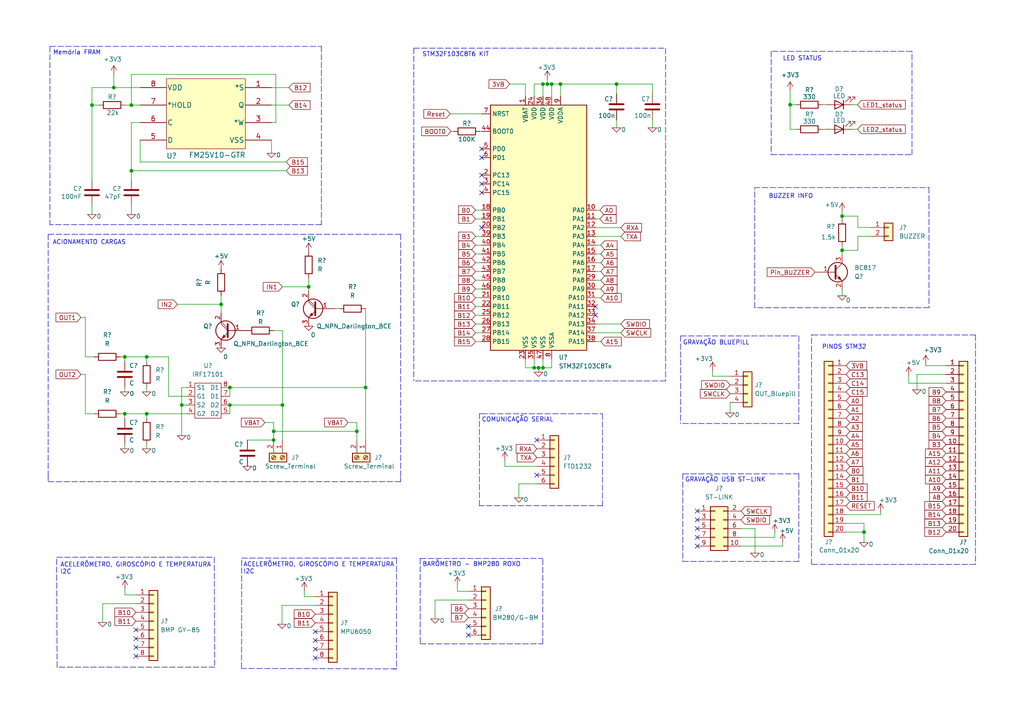
<source format=kicad_sch>
(kicad_sch (version 20211123) (generator eeschema)
  (paper "A4")
  (junction (at 157.48 24.384))
  (junction (at 178.816 24.384))
  (junction (at 157.48 106.68))
  (junction (at 79.375 127.635))
  (junction (at 36.195 120.015))
  (junction (at 66.675 117.475))
  (junction (at 160.02 24.384))
  (junction (at 38.1 49.53))
  (junction (at 33.02 25.4))
  (junction (at 66.675 112.395))
  (junction (at 162.56 24.384))
  (junction (at 42.545 103.505))
  (junction (at 103.505 125.095))
  (junction (at 81.915 117.475))
  (junction (at 154.94 106.68))
  (junction (at 52.705 117.475))
  (junction (at 79.375 125.095))
  (junction (at 26.67 30.48))
  (junction (at 36.195 103.505))
  (junction (at 106.045 112.395))
  (junction (at 38.1 30.48))
  (junction (at 42.545 120.015))
  (junction (at 229.1588 30.3784))
  (junction (at 244.2464 62.6872))
  (junction (at 156.21 106.68))
  (junction (at 64.135 88.265))
  (junction (at 250.5964 154.3304))
  (junction (at 158.75 24.384))
  (junction (at 244.2464 72.5932))
  (junction (at 89.535 83.185))
  (no_connect (at 139.7 43.18))
  (no_connect (at 139.7 45.72))
  (no_connect (at 139.7 50.8))
  (no_connect (at 139.7 53.34))
  (no_connect (at 139.7 55.88))
  (no_connect (at 155.702 137.795))
  (no_connect (at 39.4208 190.3222))
  (no_connect (at 39.4208 185.2422))
  (no_connect (at -37.1856 39.37))
  (no_connect (at 202.2348 150.7744))
  (no_connect (at 39.4208 182.7022))
  (no_connect (at 202.2348 155.8544))
  (no_connect (at 139.7 66.04))
  (no_connect (at 172.72 88.9))
  (no_connect (at 172.72 91.44))
  (no_connect (at 202.2348 158.3944))
  (no_connect (at 155.702 127.635))
  (no_connect (at 39.4208 187.7822))
  (no_connect (at 202.2348 153.3144))
  (no_connect (at 202.2348 148.2344))
  (no_connect (at 135.8392 181.6608))
  (no_connect (at 135.8392 184.2008))
  (no_connect (at 91.44 183.2102))
  (no_connect (at 91.44 190.8302))
  (no_connect (at 91.44 188.2902))
  (no_connect (at 91.44 185.7502))
  (wire (pts (xy 173.99 63.5) (xy 172.72 63.5)))
  (wire (pts (xy 250.5964 154.3304) (xy 250.5964 157.3784)))
  (wire (pts (xy 78.74 35.56) (xy 80.01 35.56)))
  (wire (pts (xy 39.4208 172.5422) (xy 36.2458 172.5422)))
  (polyline (pts (xy 231.6988 137.4394) (xy 231.6988 162.8394)))
  (wire (pts (xy 48.895 103.505) (xy 48.895 114.935)))
  (wire (pts (xy 160.02 24.384) (xy 162.56 24.384)))
  (wire (pts (xy 83.82 25.4) (xy 78.74 25.4)))
  (polyline (pts (xy 13.97 67.945) (xy 116.205 67.945)))
  (wire (pts (xy 132.6642 171.5008) (xy 132.6642 169.8498)))
  (wire (pts (xy 265.9634 108.6104) (xy 274.3454 108.6104)))
  (polyline (pts (xy 231.6988 162.8394) (xy 198.0438 162.8394)))
  (wire (pts (xy 24.765 120.015) (xy 24.765 108.585)))
  (wire (pts (xy 214.9348 155.8544) (xy 224.7138 155.8544)))
  (wire (pts (xy 137.922 99.06) (xy 139.7 99.06)))
  (wire (pts (xy 64.135 88.265) (xy 64.135 90.805)))
  (wire (pts (xy 244.2464 61.4172) (xy 244.2464 62.6872)))
  (wire (pts (xy 52.705 112.395) (xy 53.975 112.395)))
  (wire (pts (xy 236.3724 78.9432) (xy 236.6264 78.9432)))
  (wire (pts (xy 36.195 120.015) (xy 36.195 121.285)))
  (wire (pts (xy 80.01 35.56) (xy 80.01 21.59)))
  (wire (pts (xy 268.5034 105.5624) (xy 268.5034 106.0704)))
  (wire (pts (xy 146.431 135.255) (xy 146.431 133.604)))
  (wire (pts (xy 28.702 30.48) (xy 26.67 30.48)))
  (wire (pts (xy 34.925 103.505) (xy 36.195 103.505)))
  (wire (pts (xy 103.505 122.555) (xy 100.965 122.555)))
  (wire (pts (xy 40.64 46.99) (xy 40.64 40.64)))
  (wire (pts (xy 81.915 95.885) (xy 81.915 117.475)))
  (wire (pts (xy 42.545 128.905) (xy 42.545 130.175)))
  (wire (pts (xy 137.922 81.28) (xy 139.7 81.28)))
  (wire (pts (xy 248.8184 72.5932) (xy 244.2464 72.5932)))
  (polyline (pts (xy 62.2808 193.4972) (xy 16.5608 193.4972)))
  (wire (pts (xy 268.5034 106.0704) (xy 274.3454 106.0704)))
  (wire (pts (xy 38.1 62.23) (xy 38.1 59.69)))
  (wire (pts (xy 244.2464 85.8012) (xy 244.2464 84.0232)))
  (polyline (pts (xy 120.015 13.97) (xy 120.015 110.49)))
  (polyline (pts (xy 157.4292 186.7408) (xy 157.4292 161.9758)))
  (wire (pts (xy 146.431 135.255) (xy 155.702 135.255)))
  (polyline (pts (xy 235.3818 97.155) (xy 235.5342 97.155)))
  (wire (pts (xy 36.195 128.905) (xy 36.195 130.175)))
  (wire (pts (xy 247.1928 37.4904) (xy 248.7168 37.4904)))
  (polyline (pts (xy 139.065 146.685) (xy 139.065 120.015)))
  (polyline (pts (xy 193.04 13.97) (xy 193.04 110.49)))
  (wire (pts (xy 79.375 125.095) (xy 103.505 125.095)))
  (wire (pts (xy 160.02 106.68) (xy 160.02 104.14)))
  (wire (pts (xy 81.915 83.185) (xy 89.535 83.185)))
  (wire (pts (xy 66.675 117.475) (xy 66.675 120.015)))
  (wire (pts (xy 33.02 25.4) (xy 33.02 21.59)))
  (wire (pts (xy 64.135 85.725) (xy 64.135 88.265)))
  (wire (pts (xy 52.705 112.395) (xy 52.705 117.475)))
  (polyline (pts (xy 121.8692 186.7408) (xy 157.4292 186.7408)))
  (wire (pts (xy 178.816 24.384) (xy 178.816 27.178)))
  (wire (pts (xy 248.8184 68.5292) (xy 252.6284 68.5292)))
  (wire (pts (xy 245.3894 151.7904) (xy 250.5964 151.7904)))
  (wire (pts (xy 103.505 127.635) (xy 103.505 125.095)))
  (polyline (pts (xy 14.478 13.462) (xy 14.478 65.151)))
  (wire (pts (xy 137.922 93.98) (xy 139.7 93.98)))
  (polyline (pts (xy 116.205 67.945) (xy 116.205 138.43)))
  (wire (pts (xy 150.495 140.335) (xy 150.495 144.399)))
  (wire (pts (xy 206.6798 109.1184) (xy 211.7598 109.1184)))
  (wire (pts (xy 135.8392 174.0408) (xy 126.1872 174.0408)))
  (wire (pts (xy 248.8184 68.5292) (xy 248.8184 72.5932)))
  (polyline (pts (xy 114.9604 194.0052) (xy 70.0532 193.8782)))
  (wire (pts (xy 137.922 76.2) (xy 139.7 76.2)))
  (wire (pts (xy 214.9348 158.3944) (xy 226.9998 158.3944)))
  (wire (pts (xy 173.99 60.96) (xy 172.72 60.96)))
  (wire (pts (xy 23.495 92.075) (xy 24.765 92.075)))
  (wire (pts (xy 79.375 95.885) (xy 81.915 95.885)))
  (polyline (pts (xy 62.1538 161.6202) (xy 62.2808 193.4972)))
  (wire (pts (xy 83.82 30.48) (xy 78.74 30.48)))
  (wire (pts (xy 154.94 27.94) (xy 154.94 24.384)))
  (wire (pts (xy 38.1 21.59) (xy 38.1 30.48)))
  (wire (pts (xy 137.922 60.96) (xy 139.7 60.96)))
  (wire (pts (xy 36.195 103.505) (xy 36.195 104.775)))
  (wire (pts (xy 174.244 73.66) (xy 172.72 73.66)))
  (wire (pts (xy 214.9348 153.3144) (xy 218.9988 153.3144)))
  (wire (pts (xy 250.5964 154.3304) (xy 245.3894 154.3304)))
  (wire (pts (xy 147.828 24.384) (xy 152.4 24.384)))
  (wire (pts (xy 160.02 27.94) (xy 160.02 24.384)))
  (wire (pts (xy 91.44 175.5902) (xy 81.788 175.5902)))
  (polyline (pts (xy 231.6988 122.8344) (xy 197.4088 122.8344)))
  (polyline (pts (xy 139.7 120.015) (xy 174.752 120.015)))
  (wire (pts (xy 263.5504 111.1504) (xy 263.5504 108.9914)))
  (wire (pts (xy 137.922 96.52) (xy 139.7 96.52)))
  (wire (pts (xy -37.1856 31.75) (xy -46.8376 31.75)))
  (wire (pts (xy 174.244 83.82) (xy 172.72 83.82)))
  (wire (pts (xy 33.02 25.4) (xy 40.64 25.4)))
  (wire (pts (xy 137.922 71.12) (xy 139.7 71.12)))
  (wire (pts (xy 174.244 86.36) (xy 172.72 86.36)))
  (wire (pts (xy 137.922 78.74) (xy 139.7 78.74)))
  (wire (pts (xy 53.975 114.935) (xy 48.895 114.935)))
  (wire (pts (xy 172.72 68.58) (xy 180.086 68.58)))
  (wire (pts (xy 26.67 62.23) (xy 26.67 59.69)))
  (wire (pts (xy 23.495 108.585) (xy 24.765 108.585)))
  (polyline (pts (xy 197.4088 97.4344) (xy 231.6988 97.4344)))
  (wire (pts (xy 174.244 78.74) (xy 172.72 78.74)))
  (polyline (pts (xy 193.04 110.49) (xy 120.015 110.49)))
  (wire (pts (xy 174.244 81.28) (xy 172.72 81.28)))
  (polyline (pts (xy -54.2036 13.462) (xy -54.2036 46.482)))
  (wire (pts (xy 126.1872 174.0408) (xy 126.1872 179.5018)))
  (polyline (pts (xy 197.4088 97.4344) (xy 197.4088 122.8344)))
  (polyline (pts (xy 218.7448 54.4068) (xy 269.4432 54.4068)))
  (wire (pts (xy 33.02 25.4) (xy 26.67 25.4)))
  (wire (pts (xy 250.5964 151.7904) (xy 250.5964 154.3304)))
  (polyline (pts (xy 235.585 97.155) (xy 282.9306 97.155)))
  (wire (pts (xy 78.74 44.45) (xy 78.74 40.64)))
  (wire (pts (xy 79.375 127.635) (xy 71.755 127.635)))
  (wire (pts (xy 152.4 27.94) (xy 152.4 24.384)))
  (wire (pts (xy 162.56 24.384) (xy 178.816 24.384)))
  (wire (pts (xy 189.23 24.384) (xy 189.23 27.178)))
  (wire (pts (xy 52.705 117.475) (xy 53.975 117.475)))
  (wire (pts (xy 83.058 46.99) (xy 40.64 46.99)))
  (wire (pts (xy 52.705 117.475) (xy 52.705 126.365)))
  (wire (pts (xy 211.7598 116.7384) (xy 211.7598 119.7864)))
  (wire (pts (xy 238.5568 30.3784) (xy 239.5728 30.3784)))
  (wire (pts (xy 103.505 125.095) (xy 103.505 122.555)))
  (wire (pts (xy 38.1 52.07) (xy 38.1 49.53)))
  (wire (pts (xy 42.545 120.015) (xy 36.195 120.015)))
  (polyline (pts (xy 115.0112 194.0052) (xy 113.9444 194.0052)))
  (wire (pts (xy 174.244 71.12) (xy 172.72 71.12)))
  (wire (pts (xy 189.23 34.798) (xy 189.23 37.084)))
  (polyline (pts (xy 174.752 146.685) (xy 173.482 146.685)))
  (wire (pts (xy 157.48 24.384) (xy 158.75 24.384)))
  (polyline (pts (xy 70.104 162.3822) (xy 70.0532 193.8782)))
  (polyline (pts (xy 235.3818 163.703) (xy 235.3818 97.155)))
  (wire (pts (xy 263.5504 111.1504) (xy 274.3454 111.1504)))
  (polyline (pts (xy 282.9306 163.703) (xy 235.3818 163.703)))
  (wire (pts (xy 230.9368 30.3784) (xy 229.1588 30.3784)))
  (polyline (pts (xy 174.752 120.015) (xy 174.752 146.685)))
  (polyline (pts (xy 223.6724 44.8564) (xy 264.5156 44.8564)))
  (wire (pts (xy 83.058 49.53) (xy 38.1 49.53)))
  (wire (pts (xy 26.67 30.48) (xy 26.67 52.07)))
  (wire (pts (xy 88.265 173.0502) (xy 88.265 171.3992)))
  (wire (pts (xy 24.765 103.505) (xy 24.765 92.075)))
  (wire (pts (xy 137.922 83.82) (xy 139.7 83.82)))
  (wire (pts (xy 36.195 112.395) (xy 36.195 113.665)))
  (polyline (pts (xy 121.8692 161.9758) (xy 121.8692 186.7408)))
  (wire (pts (xy 178.816 24.384) (xy 189.23 24.384)))
  (wire (pts (xy 130.556 33.02) (xy 139.7 33.02)))
  (wire (pts (xy 174.244 76.2) (xy 172.72 76.2)))
  (wire (pts (xy 172.72 96.52) (xy 180.086 96.52)))
  (wire (pts (xy 38.1 35.56) (xy 40.64 35.56)))
  (wire (pts (xy 137.922 63.5) (xy 139.7 63.5)))
  (wire (pts (xy 157.48 104.14) (xy 157.48 106.68)))
  (wire (pts (xy 66.675 112.395) (xy 106.045 112.395)))
  (polyline (pts (xy -16.8656 13.462) (xy -16.8656 46.482)))
  (wire (pts (xy 229.1588 30.3784) (xy 229.1588 37.4904)))
  (wire (pts (xy 42.545 103.505) (xy 42.545 104.775)))
  (wire (pts (xy 89.535 83.185) (xy 89.535 84.455)))
  (wire (pts (xy 81.915 117.475) (xy 81.915 127.635)))
  (wire (pts (xy 156.21 106.68) (xy 156.21 107.95)))
  (polyline (pts (xy 223.6724 14.8844) (xy 223.6724 44.8564)))
  (polyline (pts (xy 115.0112 161.8488) (xy 115.0112 194.0052)))
  (wire (pts (xy 158.75 23.114) (xy 158.75 24.384)))
  (wire (pts (xy 248.8184 65.9892) (xy 248.8184 62.6872)))
  (wire (pts (xy -37.1856 29.21) (xy -40.3606 29.21)))
  (wire (pts (xy 137.922 73.66) (xy 139.7 73.66)))
  (wire (pts (xy 218.9988 153.3144) (xy 218.9988 160.4264)))
  (polyline (pts (xy 70.104 161.8742) (xy 115.062 161.8742)))
  (wire (pts (xy 39.4208 175.0822) (xy 29.7688 175.0822)))
  (polyline (pts (xy 116.205 139.7) (xy 116.205 138.43)))
  (wire (pts (xy 42.545 103.505) (xy 36.195 103.505)))
  (wire (pts (xy 244.2464 62.6872) (xy 244.2464 63.7032)))
  (polyline (pts (xy 264.5156 14.8844) (xy 223.6724 14.8844)))
  (wire (pts (xy 206.6798 107.5944) (xy 206.6798 109.1184)))
  (wire (pts (xy 26.67 25.4) (xy 26.67 30.48)))
  (polyline (pts (xy 14.478 13.462) (xy 93.218 13.462)))
  (wire (pts (xy 29.7688 175.0822) (xy 29.7688 180.5432)))
  (polyline (pts (xy 16.4338 162.1282) (xy 16.5608 193.4972)))
  (wire (pts (xy 42.545 103.505) (xy 48.895 103.505)))
  (polyline (pts (xy 120.015 13.97) (xy 193.04 13.97)))
  (wire (pts (xy 252.6284 65.9892) (xy 248.8184 65.9892)))
  (polyline (pts (xy 282.9306 97.155) (xy 282.9306 163.703)))
  (wire (pts (xy 155.702 140.335) (xy 150.495 140.335)))
  (polyline (pts (xy 174.752 146.685) (xy 138.938 146.685)))
  (wire (pts (xy 80.01 21.59) (xy 38.1 21.59)))
  (wire (pts (xy 42.545 120.015) (xy 42.545 121.285)))
  (wire (pts (xy -46.8376 31.75) (xy -46.8376 37.211)))
  (polyline (pts (xy 13.97 139.7) (xy 116.205 139.7)))
  (wire (pts (xy 154.94 24.384) (xy 157.48 24.384)))
  (wire (pts (xy 244.2464 72.5932) (xy 244.2464 73.8632)))
  (polyline (pts (xy 139.065 120.015) (xy 139.7 120.015)))
  (polyline (pts (xy 231.6988 97.4344) (xy 231.6988 122.8344)))
  (wire (pts (xy 230.9368 37.4904) (xy 229.1588 37.4904)))
  (wire (pts (xy 40.64 30.48) (xy 38.1 30.48)))
  (polyline (pts (xy 16.4338 161.6202) (xy 62.1538 161.6202)))
  (wire (pts (xy 81.788 175.5902) (xy 81.788 181.0512)))
  (polyline (pts (xy 13.97 67.945) (xy 13.97 138.176)))
  (wire (pts (xy 157.48 27.94) (xy 157.48 24.384)))
  (wire (pts (xy -40.3606 29.21) (xy -40.3606 27.559)))
  (wire (pts (xy 224.7138 155.8544) (xy 224.7138 154.5844)))
  (wire (pts (xy 27.305 120.015) (xy 24.765 120.015)))
  (wire (pts (xy 51.435 88.265) (xy 64.135 88.265)))
  (wire (pts (xy 238.5568 37.4904) (xy 239.5728 37.4904)))
  (wire (pts (xy 174.244 99.06) (xy 172.72 99.06)))
  (wire (pts (xy 178.816 34.798) (xy 178.816 37.084)))
  (wire (pts (xy 106.045 112.395) (xy 106.045 127.635)))
  (wire (pts (xy 137.922 88.9) (xy 139.7 88.9)))
  (wire (pts (xy 79.375 125.095) (xy 79.375 122.555)))
  (wire (pts (xy 157.48 106.68) (xy 160.02 106.68)))
  (wire (pts (xy 27.305 103.505) (xy 24.765 103.505)))
  (polyline (pts (xy 198.0438 137.4394) (xy 198.0438 162.8394)))
  (wire (pts (xy 53.975 120.015) (xy 42.545 120.015)))
  (wire (pts (xy 130.81 38.1) (xy 131.572 38.1)))
  (wire (pts (xy 38.1 49.53) (xy 38.1 35.56)))
  (wire (pts (xy 156.21 106.68) (xy 157.48 106.68)))
  (polyline (pts (xy 269.4432 89.2556) (xy 218.8972 89.2556)))
  (wire (pts (xy 137.922 91.44) (xy 139.7 91.44)))
  (wire (pts (xy 42.545 112.395) (xy 42.545 113.665)))
  (wire (pts (xy 91.44 173.0502) (xy 88.265 173.0502)))
  (polyline (pts (xy 121.8692 161.9758) (xy 157.4292 161.9758)))
  (wire (pts (xy 106.045 89.535) (xy 106.045 112.395)))
  (polyline (pts (xy 93.218 65.151) (xy 14.478 65.151)))
  (wire (pts (xy 89.535 80.645) (xy 89.535 83.185)))
  (wire (pts (xy 152.4 106.68) (xy 154.94 106.68)))
  (wire (pts (xy 137.922 68.58) (xy 139.7 68.58)))
  (wire (pts (xy 247.1928 30.3784) (xy 248.7168 30.3784)))
  (wire (pts (xy 34.925 120.015) (xy 36.195 120.015)))
  (wire (pts (xy 66.675 112.395) (xy 66.675 114.935)))
  (polyline (pts (xy 93.218 13.462) (xy 93.218 65.151)))
  (wire (pts (xy 66.675 117.475) (xy 81.915 117.475)))
  (wire (pts (xy 255.4224 148.6154) (xy 255.4224 149.2504)))
  (wire (pts (xy 226.9998 157.3784) (xy 226.9998 158.3944)))
  (wire (pts (xy 158.75 24.384) (xy 160.02 24.384)))
  (polyline (pts (xy 218.8972 89.2556) (xy 218.8972 54.6608)))
  (wire (pts (xy 248.8184 62.6872) (xy 244.2464 62.6872)))
  (wire (pts (xy 255.4224 149.2504) (xy 245.3894 149.2504)))
  (wire (pts (xy 172.72 93.98) (xy 180.086 93.98)))
  (polyline (pts (xy 198.0438 137.4394) (xy 231.6988 137.4394)))
  (polyline (pts (xy 264.5156 44.8564) (xy 264.5156 14.8844)))
  (polyline (pts (xy -16.8656 46.482) (xy -54.2036 46.482)))
  (wire (pts (xy 162.56 24.384) (xy 162.56 27.94)))
  (wire (pts (xy 137.922 86.36) (xy 139.7 86.36)))
  (wire (pts (xy 36.322 30.48) (xy 38.1 30.48)))
  (polyline (pts (xy 269.4432 54.4068) (xy 269.4432 89.2556)))
  (wire (pts (xy 154.94 104.14) (xy 154.94 106.68)))
  (polyline (pts (xy -54.4576 13.462) (xy -16.8656 13.462)))
  (wire (pts (xy 79.375 122.555) (xy 76.835 122.555)))
  (wire (pts (xy 97.155 89.535) (xy 98.425 89.535)))
  (wire (pts (xy 265.9634 108.6104) (xy 265.9634 113.0554)))
  (wire (pts (xy 152.4 104.14) (xy 152.4 106.68)))
  (wire (pts (xy 139.192 38.1) (xy 139.7 38.1)))
  (wire (pts (xy 244.2464 72.5932) (xy 244.2464 71.3232)))
  (wire (pts (xy 172.72 66.04) (xy 180.086 66.04)))
  (wire (pts (xy 135.8392 171.5008) (xy 132.6642 171.5008)))
  (wire (pts (xy 36.2458 172.5422) (xy 36.2458 170.8912)))
  (wire (pts (xy 229.1588 30.3784) (xy 229.1588 26.3144)))
  (wire (pts (xy 154.94 106.68) (xy 156.21 106.68)))
  (polyline (pts (xy 13.97 137.795) (xy 13.97 139.7)))
  (wire (pts (xy 79.375 127.635) (xy 79.375 125.095)))
  (text "GRAVAÇÃO BLUEPILL" (at 198.0438 100.2284 0) (effects (font (size 1.27 1.27)) (justify left bottom)))
  (text "GRAVAÇÃO USB ST-LINK" (at 198.6788 139.9794 0) (effects (font (size 1.27 1.27)) (justify left bottom)))
  (text "Memória FRAM" (at 15.3416 16.1036 0) (effects (font (size 1.27 1.27)) (justify left bottom)))
  (text "BARÔMETRO - BMP280 ROXO\n" (at 122.5042 164.5158 0) (effects (font (size 1.27 1.27)) (justify left bottom)))
  (text "MAGNETÔMETRO\nI2C\n" (at -53.1876 18.796 0) (effects (font (size 1.27 1.27)) (justify left bottom)))
  (text "ACELERÔMETRO, GIROSCÓPIO E TEMPERATURA\nI2C\n" (at 70.5612 166.624 0) (effects (font (size 1.27 1.27)) (justify left bottom)))
  (text "BUZZER INFO\n" (at 222.9104 57.7342 0) (effects (font (size 1.27 1.27)) (justify left bottom)))
  (text "COMUNICAÇÃO SERIAL\n" (at 139.7 122.555 0) (effects (font (size 1.27 1.27)) (justify left bottom)))
  (text "PINOS STM32" (at 238.379 101.473 0) (effects (font (size 1.27 1.27)) (justify left bottom)))
  (text "STM32F103C8T6 KIT\n" (at 122.4534 16.6116 0) (effects (font (size 1.27 1.27)) (justify left bottom)))
  (text "ACIONAMENTO CARGAS\n" (at 15.24 71.12 0) (effects (font (size 1.27 1.27)) (justify left bottom)))
  (text "LED STATUS" (at 226.9998 17.8054 0) (effects (font (size 1.27 1.27)) (justify left bottom)))
  (text "ACELERÔMETRO, GIROSCÓPIO E TEMPERATURA\nI2C\n" (at 17.4498 166.7002 0) (effects (font (size 1.27 1.27)) (justify left bottom)))
  (global_label "A5" (shape input) (at 245.3894 128.9304 0) (property "Intersheet References" "${INTERSHEET_REFS}" (effects hide)))
  (global_label "VBAT" (shape input) (at 100.965 122.555 180) (property "Intersheet References" "${INTERSHEET_REFS}" (effects hide)))
  (global_label "B13" (shape input) (at 137.922 93.98 180) (property "Intersheet References" "${INTERSHEET_REFS}" (effects hide)))
  (global_label "B4" (shape input) (at 137.922 71.12 180) (property "Intersheet References" "${INTERSHEET_REFS}" (effects hide)))
  (global_label "B9" (shape input) (at 274.3454 113.6904 180) (property "Intersheet References" "${INTERSHEET_REFS}" (effects hide)))
  (global_label "A6" (shape input) (at 174.244 76.2 0) (property "Intersheet References" "${INTERSHEET_REFS}" (effects hide)))
  (global_label "VBAT" (shape input) (at 76.835 122.555 180) (property "Intersheet References" "${INTERSHEET_REFS}" (effects hide)))
  (global_label "A9" (shape input) (at 274.3454 141.6304 180) (property "Intersheet References" "${INTERSHEET_REFS}" (effects hide)))
  (global_label "SWCLK" (shape input) (at 211.7598 114.1984 180) (property "Intersheet References" "${INTERSHEET_REFS}" (effects hide)))
  (global_label "Reset" (shape input) (at 130.556 33.02 180) (property "Intersheet References" "${INTERSHEET_REFS}" (effects hide)))
  (global_label "B15" (shape input) (at 137.922 99.06 180) (property "Intersheet References" "${INTERSHEET_REFS}" (effects hide)))
  (global_label "RESET" (shape input) (at 245.3894 146.7104 0) (property "Intersheet References" "${INTERSHEET_REFS}" (effects hide)))
  (global_label "A11" (shape input) (at 274.3454 136.5504 180) (property "Intersheet References" "${INTERSHEET_REFS}" (effects hide)))
  (global_label "B1" (shape input) (at 245.3894 139.0904 0) (property "Intersheet References" "${INTERSHEET_REFS}" (effects hide)))
  (global_label "A2" (shape input) (at 245.3894 121.3104 0) (property "Intersheet References" "${INTERSHEET_REFS}" (effects hide)))
  (global_label "TXA" (shape input) (at 180.086 68.58 0) (property "Intersheet References" "${INTERSHEET_REFS}" (effects hide)))
  (global_label "A6" (shape input) (at 245.3894 131.4704 0) (property "Intersheet References" "${INTERSHEET_REFS}" (effects hide)))
  (global_label "A12" (shape input) (at 274.3454 134.0104 180) (property "Intersheet References" "${INTERSHEET_REFS}" (effects hide)))
  (global_label "B10" (shape input) (at 137.922 86.36 180) (property "Intersheet References" "${INTERSHEET_REFS}" (effects hide)))
  (global_label "A1" (shape input) (at 173.99 63.5 0) (property "Intersheet References" "${INTERSHEET_REFS}" (effects hide)))
  (global_label "B3" (shape input) (at 274.3454 128.9304 180) (property "Intersheet References" "${INTERSHEET_REFS}" (effects hide)))
  (global_label "B12" (shape input) (at 274.3454 154.3304 180) (property "Intersheet References" "${INTERSHEET_REFS}" (effects hide)))
  (global_label "B13" (shape input) (at 274.3454 151.7904 180) (property "Intersheet References" "${INTERSHEET_REFS}" (effects hide)))
  (global_label "B6" (shape input) (at 137.922 76.2 180) (property "Intersheet References" "${INTERSHEET_REFS}" (effects hide)))
  (global_label "SWCLK" (shape input) (at 214.9348 148.2344 0) (property "Intersheet References" "${INTERSHEET_REFS}" (effects hide)))
  (global_label "A4" (shape input) (at 245.3894 126.3904 0) (property "Intersheet References" "${INTERSHEET_REFS}" (effects hide)))
  (global_label "A15" (shape input) (at 274.3454 131.4704 180) (property "Intersheet References" "${INTERSHEET_REFS}" (effects hide)))
  (global_label "SWDIO" (shape input) (at 180.086 93.98 0) (property "Intersheet References" "${INTERSHEET_REFS}" (effects hide)))
  (global_label "B7" (shape input) (at 135.8392 179.1208 180) (property "Intersheet References" "${INTERSHEET_REFS}" (effects hide)))
  (global_label "B4" (shape input) (at 274.3454 126.3904 180) (property "Intersheet References" "${INTERSHEET_REFS}" (effects hide)))
  (global_label "A4" (shape input) (at 174.244 71.12 0) (property "Intersheet References" "${INTERSHEET_REFS}" (effects hide)))
  (global_label "3VB" (shape input) (at 147.828 24.384 180) (property "Intersheet References" "${INTERSHEET_REFS}" (effects hide)))
  (global_label "A8" (shape input) (at 174.244 81.28 0) (property "Intersheet References" "${INTERSHEET_REFS}" (effects hide)))
  (global_label "B11" (shape input) (at 39.4208 180.1622 180) (property "Intersheet References" "${INTERSHEET_REFS}" (effects hide)))
  (global_label "RXA" (shape input) (at 155.702 130.175 180) (property "Intersheet References" "${INTERSHEET_REFS}" (effects hide)))
  (global_label "A8" (shape input) (at 274.3454 144.1704 180) (property "Intersheet References" "${INTERSHEET_REFS}" (effects hide)))
  (global_label "A10" (shape input) (at 274.3454 139.0904 180) (property "Intersheet References" "${INTERSHEET_REFS}" (effects hide)))
  (global_label "B0" (shape input) (at 245.3894 136.5504 0) (property "Intersheet References" "${INTERSHEET_REFS}" (effects hide)))
  (global_label "B6" (shape input) (at -37.1856 34.29 180) (property "Intersheet References" "${INTERSHEET_REFS}" (effects hide)))
  (global_label "B13" (shape input) (at 83.058 49.53 0) (property "Intersheet References" "${INTERSHEET_REFS}" (effects hide)))
  (global_label "BOOT0" (shape input) (at 130.81 38.1 180) (property "Intersheet References" "${INTERSHEET_REFS}" (effects hide)))
  (global_label "Pin_BUZZER" (shape input) (at 236.3724 78.9432 180) (property "Intersheet References" "${INTERSHEET_REFS}" (effects hide)))
  (global_label "B7" (shape input) (at 274.3454 118.7704 180) (property "Intersheet References" "${INTERSHEET_REFS}" (effects hide)))
  (global_label "LED2_status" (shape input) (at 248.7168 37.4904 0) (property "Intersheet References" "${INTERSHEET_REFS}" (effects hide)))
  (global_label "A0" (shape input) (at 173.99 60.96 0) (property "Intersheet References" "${INTERSHEET_REFS}" (effects hide)))
  (global_label "B8" (shape input) (at 274.3454 116.2304 180) (property "Intersheet References" "${INTERSHEET_REFS}" (effects hide)))
  (global_label "B10" (shape input) (at 245.3894 141.6304 0) (property "Intersheet References" "${INTERSHEET_REFS}" (effects hide)))
  (global_label "OUT1" (shape input) (at 23.495 92.075 180) (property "Intersheet References" "${INTERSHEET_REFS}" (effects hide)))
  (global_label "B1" (shape input) (at 137.922 63.5 180) (property "Intersheet References" "${INTERSHEET_REFS}" (effects hide)))
  (global_label "B0" (shape input) (at 137.922 60.96 180) (property "Intersheet References" "${INTERSHEET_REFS}" (effects hide)))
  (global_label "B6" (shape input) (at 274.3454 121.3104 180) (property "Intersheet References" "${INTERSHEET_REFS}" (effects hide)))
  (global_label "SWDIO" (shape input) (at 214.9348 150.7744 0) (property "Intersheet References" "${INTERSHEET_REFS}" (effects hide)))
  (global_label "B15" (shape input) (at 83.058 46.99 0) (property "Intersheet References" "${INTERSHEET_REFS}" (effects hide)))
  (global_label "3VB" (shape input) (at 245.3894 106.0704 0) (property "Intersheet References" "${INTERSHEET_REFS}" (effects hide)))
  (global_label "B10" (shape input) (at 39.4208 177.6222 180) (property "Intersheet References" "${INTERSHEET_REFS}" (effects hide)))
  (global_label "IN1" (shape input) (at 81.915 83.185 180) (property "Intersheet References" "${INTERSHEET_REFS}" (effects hide)))
  (global_label "A5" (shape input) (at 174.244 73.66 0) (property "Intersheet References" "${INTERSHEET_REFS}" (effects hide)))
  (global_label "A10" (shape input) (at 174.244 86.36 0) (property "Intersheet References" "${INTERSHEET_REFS}" (effects hide)))
  (global_label "C13" (shape input) (at 245.3894 108.6104 0) (property "Intersheet References" "${INTERSHEET_REFS}" (effects hide)))
  (global_label "OUT2" (shape input) (at 23.495 108.585 180) (property "Intersheet References" "${INTERSHEET_REFS}" (effects hide)))
  (global_label "SWDIO" (shape input) (at 211.7598 111.6584 180) (property "Intersheet References" "${INTERSHEET_REFS}" (effects hide)))
  (global_label "A0" (shape input) (at 245.3894 116.2304 0) (property "Intersheet References" "${INTERSHEET_REFS}" (effects hide)))
  (global_label "B10" (shape input) (at 91.44 178.1302 180) (property "Intersheet References" "${INTERSHEET_REFS}" (effects hide)))
  (global_label "A9" (shape input) (at 174.244 83.82 0) (property "Intersheet References" "${INTERSHEET_REFS}" (effects hide)))
  (global_label "C15" (shape input) (at 245.3894 113.6904 0) (property "Intersheet References" "${INTERSHEET_REFS}" (effects hide)))
  (global_label "A3" (shape input) (at 245.3894 123.8504 0) (property "Intersheet References" "${INTERSHEET_REFS}" (effects hide)))
  (global_label "B7" (shape input) (at 137.922 78.74 180) (property "Intersheet References" "${INTERSHEET_REFS}" (effects hide)))
  (global_label "TXA" (shape input) (at 155.702 132.715 180) (property "Intersheet References" "${INTERSHEET_REFS}" (effects hide)))
  (global_label "A7" (shape input) (at 245.3894 134.0104 0) (property "Intersheet References" "${INTERSHEET_REFS}" (effects hide)))
  (global_label "B12" (shape input) (at 83.82 25.4 0) (property "Intersheet References" "${INTERSHEET_REFS}" (effects hide)))
  (global_label "LED1_status" (shape input) (at 248.7168 30.3784 0) (property "Intersheet References" "${INTERSHEET_REFS}" (effects hide)))
  (global_label "C14" (shape input) (at 245.3894 111.1504 0) (property "Intersheet References" "${INTERSHEET_REFS}" (effects hide)))
  (global_label "RXA" (shape input) (at 180.086 66.04 0) (property "Intersheet References" "${INTERSHEET_REFS}" (effects hide)))
  (global_label "B5" (shape input) (at 137.922 73.66 180) (property "Intersheet References" "${INTERSHEET_REFS}" (effects hide)))
  (global_label "A15" (shape input) (at 174.244 99.06 0) (property "Intersheet References" "${INTERSHEET_REFS}" (effects hide)))
  (global_label "IN2" (shape input) (at 51.435 88.265 180) (property "Intersheet References" "${INTERSHEET_REFS}" (effects hide)))
  (global_label "B11" (shape input) (at 245.3894 144.1704 0) (property "Intersheet References" "${INTERSHEET_REFS}" (effects hide)))
  (global_label "B6" (shape input) (at 135.8392 176.5808 180) (property "Intersheet References" "${INTERSHEET_REFS}" (effects hide)))
  (global_label "A7" (shape input) (at 174.244 78.74 0) (property "Intersheet References" "${INTERSHEET_REFS}" (effects hide)))
  (global_label "B8" (shape input) (at 137.922 81.28 180) (property "Intersheet References" "${INTERSHEET_REFS}" (effects hide)))
  (global_label "B7" (shape input) (at -37.1856 36.83 180) (property "Intersheet References" "${INTERSHEET_REFS}" (effects hide)))
  (global_label "B15" (shape input) (at 274.3454 146.7104 180) (property "Intersheet References" "${INTERSHEET_REFS}" (effects hide)))
  (global_label "B11" (shape input) (at 137.922 88.9 180) (property "Intersheet References" "${INTERSHEET_REFS}" (effects hide)))
  (global_label "B3" (shape input) (at 137.922 68.58 180) (property "Intersheet References" "${INTERSHEET_REFS}" (effects hide)))
  (global_label "SWCLK" (shape input) (at 180.086 96.52 0) (property "Intersheet References" "${INTERSHEET_REFS}" (effects hide)))
  (global_label "B11" (shape input) (at 91.44 180.6702 180) (property "Intersheet References" "${INTERSHEET_REFS}" (effects hide)))
  (global_label "B9" (shape input) (at 137.922 83.82 180) (property "Intersheet References" "${INTERSHEET_REFS}" (effects hide)))
  (global_label "B14" (shape input) (at 83.82 30.48 0) (property "Intersheet References" "${INTERSHEET_REFS}" (effects hide)))
  (global_label "B14" (shape input) (at 137.922 96.52 180) (property "Intersheet References" "${INTERSHEET_REFS}" (effects hide)))
  (global_label "B14" (shape input) (at 274.3454 149.2504 180) (property "Intersheet References" "${INTERSHEET_REFS}" (effects hide)))
  (global_label "A1" (shape input) (at 245.3894 118.7704 0) (property "Intersheet References" "${INTERSHEET_REFS}" (effects hide)))
  (global_label "B12" (shape input) (at 137.922 91.44 180) (property "Intersheet References" "${INTERSHEET_REFS}" (effects hide)))
  (global_label "B5" (shape input) (at 274.3454 123.8504 180) (property "Intersheet References" "${INTERSHEET_REFS}" (effects hide)))
  (symbol (lib_id "pspice:0") (at 78.74 44.45 0) (unit 1)
    (property "Reference" "#GND?" (effects hide))
    (property "Value" "0" (at 80.772 44.958 0))
  )
  (symbol (lib_id "Device:R") (at 75.565 95.885 90) (unit 1)
    (property "Reference" "R?" (at 75.565 90.805 90))
    (property "Value" "R" (at 75.565 93.345 90))
  )
  (symbol (lib_id "power:+3.3V") (at 146.431 133.604 0) (unit 1)
    (property "Reference" "#PWR?" (effects hide))
    (property "Value" "+3.3V" (at 146.177 130.048 0))
  )
  (symbol (lib_id "power:+5V") (at 64.135 78.105 0) (unit 1)
    (property "Reference" "#PWR?" (effects hide))
    (property "Value" "+5V" (at 64.135 74.295 0))
  )
  (symbol (lib_id "power:+3.3V") (at 268.5034 105.5624 0) (unit 1)
    (property "Reference" "#PWR?" (effects hide))
    (property "Value" "+3.3V" (at 270.5354 101.4984 0))
  )
  (symbol (lib_id "power:+3.3V") (at -40.3606 27.559 0) (unit 1)
    (property "Reference" "#PWR?" (effects hide))
    (property "Value" "+3.3V" (at -40.6146 24.003 0))
  )
  (symbol (lib_id "Device:R") (at 102.235 89.535 90) (unit 1)
    (property "Reference" "R?" (at 102.235 83.185 90))
    (property "Value" "R" (at 102.235 85.725 90))
  )
  (symbol (lib_id "pspice:0") (at 89.535 94.615 0) (unit 1)
    (property "Reference" "#GND?" (effects hide))
    (property "Value" "0" (at 90.805 97.155 0))
  )
  (symbol (lib_id "pspice:0") (at 150.495 144.399 0) (unit 1)
    (property "Reference" "#GND?" (effects hide))
    (property "Value" "0" (at 152.527 144.907 0))
  )
  (symbol (lib_id "Device:C") (at 26.67 55.88 0) (mirror y) (unit 1)
    (property "Reference" "C?" (at 23.749 54.7116 0) (effects (justify left)))
    (property "Value" "100nF" (at 23.749 57.023 0) (effects (justify left)))
    (property "Footprint" "Capacitor_SMD:C_0603_1608Metric_Pad1.08x0.95mm_HandSolder" (effects hide))
  )
  (symbol (lib_id "Device:R") (at 32.512 30.48 90) (mirror x) (unit 1)
    (property "Reference" "R?" (at 32.512 28.1432 90))
    (property "Value" "22k" (at 32.7152 32.7152 90))
    (property "Footprint" "Resistor_SMD:R_0603_1608Metric_Pad0.98x0.95mm_HandSolder" (effects hide))
  )
  (symbol (lib_id "power:+5V") (at 89.535 73.025 0) (unit 1)
    (property "Reference" "#PWR?" (effects hide))
    (property "Value" "+5V" (at 89.535 69.215 0))
  )
  (symbol (lib_id "HLI-M-rescue:FM25V10-GTR-2021-05-23_22-45-04") (at 59.69 33.02 0) (mirror y) (unit 1)
    (property "Reference" "U?" (at 49.784 45.212 0) (effects (font (size 1.524 1.524))))
    (property "Value" "FM25V10-GTR" (at 62.992 44.958 0) (effects (font (size 1.524 1.524))))
    (property "Footprint" "4:FM25V10-GTR" (effects hide))
  )
  (symbol (lib_id "Connector_Generic:Conn_01x05") (at -32.1056 34.29 0) (unit 1)
    (property "Reference" "J?" (at -29.9466 33.0199 0) (effects (justify left)))
    (property "Value" "HMC5883L" (at -29.9466 35.5599 0) (effects (justify left)))
  )
  (symbol (lib_id "power:+3.3V") (at 88.265 171.3992 0) (unit 1)
    (property "Reference" "#PWR?" (effects hide))
    (property "Value" "+3.3V" (at 88.011 167.8432 0))
  )
  (symbol (lib_id "Device:C") (at 36.195 125.095 0) (unit 1)
    (property "Reference" "C?" (at 37.465 122.555 0) (effects (justify left)))
    (property "Value" "C" (at 37.465 127.635 0) (effects (justify left)))
  )
  (symbol (lib_id "pspice:0") (at -46.8376 37.211 0) (unit 1)
    (property "Reference" "#GND?" (effects hide))
    (property "Value" "0" (at -44.8056 37.719 0))
  )
  (symbol (lib_id "pspice:0") (at 250.5964 157.3784 0) (unit 1)
    (property "Reference" "#GND?" (effects hide))
    (property "Value" "0" (at 252.6284 157.8864 0))
  )
  (symbol (lib_id "Connector_Generic:Conn_01x02") (at 257.7084 65.9892 0) (unit 1)
    (property "Reference" "J?" (at 260.7564 65.9891 0) (effects (justify left)))
    (property "Value" "BUZZER" (at 260.7564 68.5291 0) (effects (justify left)))
  )
  (symbol (lib_id "Device:R") (at 135.382 38.1 90) (unit 1)
    (property "Reference" "R?" (at 135.382 35.814 90))
    (property "Value" "100K" (at 135.382 40.386 90))
  )
  (symbol (lib_id "Device:C") (at 71.755 131.445 0) (unit 1)
    (property "Reference" "C?" (at 67.945 128.905 0) (effects (justify left)))
    (property "Value" "C" (at 69.215 133.985 0) (effects (justify left)))
  )
  (symbol (lib_id "power:+3.3V") (at 132.6642 169.8498 0) (unit 1)
    (property "Reference" "#PWR?" (effects hide))
    (property "Value" "+3.3V" (at 132.4102 166.2938 0))
  )
  (symbol (lib_id "Device:R") (at 31.115 120.015 90) (unit 1)
    (property "Reference" "R?" (at 31.115 113.665 90))
    (property "Value" "R" (at 31.115 116.205 90))
  )
  (symbol (lib_id "Connector_Generic:Conn_01x06") (at 160.782 132.715 0) (unit 1)
    (property "Reference" "J?" (at 163.322 132.7149 0) (effects (justify left)))
    (property "Value" "FTD1232" (at 163.322 135.2549 0) (effects (justify left)))
  )
  (symbol (lib_id "Device:C") (at 189.23 30.988 0) (unit 1)
    (property "Reference" "C?" (at 185.928 28.702 0) (effects (justify left)))
    (property "Value" "100n" (at 183.896 33.528 0) (effects (justify left)))
  )
  (symbol (lib_id "pspice:0") (at 64.135 100.965 0) (unit 1)
    (property "Reference" "#GND?" (effects hide))
    (property "Value" "0" (at 65.405 103.505 0))
  )
  (symbol (lib_id "pspice:0") (at 211.7598 119.7864 0) (unit 1)
    (property "Reference" "#GND?" (effects hide))
    (property "Value" "0" (at 213.7918 120.2944 0))
  )
  (symbol (lib_id "pspice:0") (at 42.545 130.175 0) (unit 1)
    (property "Reference" "#GND?" (effects hide))
    (property "Value" "0" (at 44.577 130.683 0))
  )
  (symbol (lib_id "power:+3.3V") (at 36.2458 170.8912 0) (unit 1)
    (property "Reference" "#PWR?" (effects hide))
    (property "Value" "+3.3V" (at 35.9918 167.3352 0))
  )
  (symbol (lib_id "Device:R") (at 234.7468 37.4904 90) (unit 1)
    (property "Reference" "R?" (at 234.7468 33.1724 90))
    (property "Value" "330" (at 234.7468 35.2044 90))
  )
  (symbol (lib_id "pspice:0") (at 218.9988 160.4264 0) (unit 1)
    (property "Reference" "#GND?" (effects hide))
    (property "Value" "0" (at 221.0308 160.9344 0))
  )
  (symbol (lib_id "power:+5V") (at 226.9998 157.3784 0) (unit 1)
    (property "Reference" "#PWR?" (effects hide))
    (property "Value" "+5V" (at 226.1108 153.9494 0) (effects (justify left)))
  )
  (symbol (lib_id "pspice:0") (at 71.755 135.255 0) (unit 1)
    (property "Reference" "#GND?" (effects hide))
    (property "Value" "0" (at 73.787 135.763 0))
  )
  (symbol (lib_id "Connector_Generic:Conn_02x05_Odd_Even") (at 207.3148 153.3144 0) (unit 1)
    (property "Reference" "J?" (at 208.5848 141.6304 0))
    (property "Value" "ST-LINK" (at 208.5848 144.1704 0))
  )
  (symbol (lib_id "Connector:Screw_Terminal_01x02") (at 106.045 132.715 270) (unit 1)
    (property "Reference" "J?" (at 108.585 132.715 90) (effects (justify left)))
    (property "Value" "Screw_Terminal" (at 99.695 135.255 90) (effects (justify left)))
  )
  (symbol (lib_id "MCU_ST_STM32F1:STM32F103C8Tx") (at 157.48 66.04 0) (unit 1)
    (property "Reference" "U?" (at 162.0394 103.632 0) (effects (justify left)))
    (property "Value" "STM32F103C8Tx" (at 162.0394 106.172 0) (effects (justify left)))
    (property "Footprint" "Package_QFP:LQFP-48_7x7mm_P0.5mm" (effects hide))
    (property "Datasheet" "http://www.st.com/st-web-ui/static/active/en/resource/technical/document/datasheet/CD00161566.pdf" (effects hide))
  )
  (symbol (lib_id "Device:R") (at 89.535 76.835 180) (unit 1)
    (property "Reference" "R?" (at 92.075 75.5649 0) (effects (justify right)))
    (property "Value" "R" (at 92.075 78.1049 0) (effects (justify right)))
  )
  (symbol (lib_id "Connector_Generic:Conn_01x08") (at 44.5008 180.1622 0) (unit 1)
    (property "Reference" "J?" (at 46.5328 180.1621 0) (effects (justify left)))
    (property "Value" "BMP GY-85" (at 46.5328 182.7021 0) (effects (justify left)))
  )
  (symbol (lib_id "pspice:0") (at 42.545 113.665 0) (unit 1)
    (property "Reference" "#GND?" (effects hide))
    (property "Value" "0" (at 44.577 114.173 0))
  )
  (symbol (lib_id "power:+3.3V") (at 224.7138 154.5844 0) (unit 1)
    (property "Reference" "#PWR?" (effects hide))
    (property "Value" "+3.3V" (at 226.7458 151.0284 0))
  )
  (symbol (lib_id "Device:Q_NPN_Darlington_BCE") (at 66.675 95.885 0) (mirror y) (unit 1)
    (property "Reference" "Q?" (at 61.595 94.6149 0) (effects (justify left)))
    (property "Value" "Q_NPN_Darlington_BCE" (at 89.535 99.695 0) (effects (justify left)))
  )
  (symbol (lib_id "Connector_Generic:Conn_01x08") (at 96.52 180.6702 0) (unit 1)
    (property "Reference" "J?" (at 98.679 180.6701 0) (effects (justify left)))
    (property "Value" "MPU6050" (at 98.679 183.2101 0) (effects (justify left)))
  )
  (symbol (lib_id "pspice:0") (at 36.195 113.665 0) (unit 1)
    (property "Reference" "#GND?" (effects hide))
    (property "Value" "0" (at 38.227 114.173 0))
  )
  (symbol (lib_id "Connector_Generic:Conn_01x20") (at 279.4254 128.9304 0) (unit 1)
    (property "Reference" "J?" (at 278.2316 157.2514 0) (effects (justify left)))
    (property "Value" "Conn_01x20" (at 269.2908 159.7914 0) (effects (justify left)))
  )
  (symbol (lib_id "IRF:IRF17101") (at 60.325 116.205 0) (unit 1)
    (property "Reference" "U?" (at 60.325 106.045 0))
    (property "Value" "IRF17101" (at 60.325 108.585 0))
  )
  (symbol (lib_id "Device:R") (at 244.2464 67.5132 180) (unit 1)
    (property "Reference" "R?" (at 239.6744 65.7352 0) (effects (justify right)))
    (property "Value" "1,5k" (at 238.1504 68.7832 0) (effects (justify right)))
  )
  (symbol (lib_id "Device:C") (at 36.195 108.585 0) (unit 1)
    (property "Reference" "C?" (at 37.465 106.045 0) (effects (justify left)))
    (property "Value" "C" (at 37.465 111.125 0) (effects (justify left)))
  )
  (symbol (lib_id "power:+5V") (at 244.2464 61.4172 0) (unit 1)
    (property "Reference" "#PWR?" (effects hide))
    (property "Value" "+5V" (at 239.1664 59.3852 0) (effects (justify left)))
  )
  (symbol (lib_id "Connector:Screw_Terminal_01x02") (at 81.915 132.715 270) (unit 1)
    (property "Reference" "J?" (at 84.455 132.715 90) (effects (justify left)))
    (property "Value" "Screw_Terminal" (at 76.835 135.255 90) (effects (justify left)))
  )
  (symbol (lib_id "pspice:0") (at 244.2464 85.8012 0) (unit 1)
    (property "Reference" "#GND?" (effects hide))
    (property "Value" "0" (at 246.0244 87.0712 0))
  )
  (symbol (lib_id "Device:R") (at 42.545 125.095 0) (unit 1)
    (property "Reference" "R?" (at 45.085 123.8249 0) (effects (justify left)))
    (property "Value" "R" (at 45.085 126.3649 0) (effects (justify left)))
  )
  (symbol (lib_id "pspice:0") (at 26.67 62.23 0) (unit 1)
    (property "Reference" "#GND?" (effects hide))
    (property "Value" "0" (at 28.702 62.738 0))
  )
  (symbol (lib_id "Device:R") (at 64.135 81.915 0) (unit 1)
    (property "Reference" "R?" (at 57.785 81.915 90))
    (property "Value" "R" (at 60.325 81.915 90))
  )
  (symbol (lib_id "Transistor_BJT:BC817") (at 241.7064 78.9432 0) (unit 1)
    (property "Reference" "Q?" (at 247.8024 80.2133 0) (effects (justify left)))
    (property "Value" "BC817" (at 247.8024 77.6733 0) (effects (justify left)))
    (property "Footprint" "Package_TO_SOT_SMD:SOT-23" (effects hide))
    (property "Datasheet" "https://www.onsemi.com/pub/Collateral/BC818-D.pdf" (effects hide))
  )
  (symbol (lib_id "Device:C") (at 38.1 55.88 0) (mirror y) (unit 1)
    (property "Reference" "C?" (at 35.179 54.7116 0) (effects (justify left)))
    (property "Value" "47pF" (at 35.179 57.023 0) (effects (justify left)))
    (property "Footprint" "Capacitor_SMD:C_0603_1608Metric_Pad1.08x0.95mm_HandSolder" (effects hide))
  )
  (symbol (lib_id "pspice:0") (at 36.195 130.175 0) (unit 1)
    (property "Reference" "#GND?" (effects hide))
    (property "Value" "0" (at 38.227 130.683 0))
  )
  (symbol (lib_id "power:+3.3V") (at 33.02 21.59 0) (mirror y) (unit 1)
    (property "Reference" "#PWR?" (effects hide))
    (property "Value" "+3.3V" (at 32.639 17.1958 0))
  )
  (symbol (lib_id "Device:Q_NPN_Darlington_BCE") (at 92.075 89.535 0) (mirror y) (unit 1)
    (property "Reference" "Q?" (at 86.995 88.2649 0) (effects (justify left)))
    (property "Value" "Q_NPN_Darlington_BCE" (at 113.665 94.615 0) (effects (justify left)))
  )
  (symbol (lib_id "power:+5V") (at 263.5504 108.9914 0) (unit 1)
    (property "Reference" "#PWR?" (effects hide))
    (property "Value" "+5V" (at 262.7884 105.1814 0) (effects (justify left)))
  )
  (symbol (lib_id "pspice:0") (at 126.1872 179.5018 0) (unit 1)
    (property "Reference" "#GND?" (effects hide))
    (property "Value" "0" (at 128.2192 180.0098 0))
  )
  (symbol (lib_id "Device:LED") (at 243.3828 37.4904 180) (unit 1)
    (property "Reference" "D?" (at 243.3828 33.1724 0))
    (property "Value" "LED" (at 243.3828 34.9504 0))
  )
  (symbol (lib_id "Device:R") (at 234.7468 30.3784 90) (unit 1)
    (property "Reference" "R?" (at 234.7468 26.0604 90))
    (property "Value" "330" (at 234.7468 28.0924 90))
  )
  (symbol (lib_id "Connector_Generic:Conn_01x06") (at 140.9192 176.5808 0) (unit 1)
    (property "Reference" "J?" (at 143.4592 176.5807 0) (effects (justify left)))
    (property "Value" "BM280/G-BM" (at 142.8242 179.1208 0) (effects (justify left)))
  )
  (symbol (lib_id "pspice:0") (at 29.7688 180.5432 0) (unit 1)
    (property "Reference" "#GND?" (effects hide))
    (property "Value" "0" (at 31.8008 181.0512 0))
  )
  (symbol (lib_id "pspice:0") (at 81.788 181.0512 0) (unit 1)
    (property "Reference" "#GND?" (effects hide))
    (property "Value" "0" (at 83.82 181.5592 0))
  )
  (symbol (lib_id "Device:C") (at 178.816 30.988 0) (unit 1)
    (property "Reference" "C?" (at 175.26 28.702 0) (effects (justify left)))
    (property "Value" "100n" (at 173.482 33.528 0) (effects (justify left)))
  )
  (symbol (lib_id "pspice:0") (at 38.1 62.23 0) (unit 1)
    (property "Reference" "#GND?" (effects hide))
    (property "Value" "0" (at 40.132 62.738 0))
  )
  (symbol (lib_id "pspice:0") (at 265.9634 113.0554 0) (unit 1)
    (property "Reference" "#GND?" (effects hide))
    (property "Value" "0" (at 267.9954 113.5634 0))
  )
  (symbol (lib_id "Device:R") (at 31.115 103.505 90) (unit 1)
    (property "Reference" "R?" (at 31.115 97.155 90))
    (property "Value" "R" (at 31.115 99.695 90))
  )
  (symbol (lib_id "Device:R") (at 42.545 108.585 0) (unit 1)
    (property "Reference" "R?" (at 45.085 107.3149 0) (effects (justify left)))
    (property "Value" "R" (at 45.085 109.8549 0) (effects (justify left)))
  )
  (symbol (lib_id "power:+3.3V") (at 255.4224 148.6154 0) (mirror y) (unit 1)
    (property "Reference" "#PWR?" (effects hide))
    (property "Value" "+3.3V" (at 257.5814 145.0594 0))
  )
  (symbol (lib_id "power:+3.3V") (at 229.1588 26.3144 0) (unit 1)
    (property "Reference" "#PWR?" (effects hide))
    (property "Value" "+3.3V" (at 229.1588 21.7424 0))
  )
  (symbol (lib_id "power:+3.3V") (at 206.6798 107.5944 0) (unit 1)
    (property "Reference" "#PWR?" (effects hide))
    (property "Value" "+3.3V" (at 204.1398 104.0384 0))
  )
  (symbol (lib_id "pspice:0") (at 156.21 107.95 0) (unit 1)
    (property "Reference" "#GND?" (effects hide))
    (property "Value" "0" (at 158.242 108.458 0))
  )
  (symbol (lib_id "Device:LED") (at 243.3828 30.3784 180) (unit 1)
    (property "Reference" "D?" (at 243.3828 25.8064 0))
    (property "Value" "LED" (at 243.3828 27.8384 0))
  )
  (symbol (lib_id "power:+3.3V") (at 158.75 23.114 0) (unit 1)
    (property "Reference" "#PWR?" (effects hide))
    (property "Value" "+3.3V" (at 158.496 19.558 0))
  )
  (symbol (lib_id "pspice:0") (at 52.705 126.365 0) (unit 1)
    (property "Reference" "#GND?" (effects hide))
    (property "Value" "0" (at 54.737 126.873 0))
  )
  (symbol (lib_id "Connector_Generic:Conn_01x20") (at 240.3094 128.9304 0) (mirror y) (unit 1)
    (property "Reference" "J?" (at 240.3348 157.2006 0))
    (property "Value" "Conn_01x20" (at 243.3828 159.5882 0))
  )
  (symbol (lib_id "Connector_Generic:Conn_01x04") (at 216.8398 111.6584 0) (unit 1)
    (property "Reference" "J?" (at 218.8718 111.6583 0) (effects (justify left)))
    (property "Value" "OUT_Bluepill" (at 218.8718 114.1983 0) (effects (justify left)))
  )
  (symbol (lib_id "pspice:0") (at 178.816 37.084 0) (unit 1)
    (property "Reference" "#GND?" (effects hide))
    (property "Value" "0" (at 180.848 37.592 0))
  )
  (symbol (lib_id "pspice:0") (at 189.23 37.084 0) (unit 1)
    (property "Reference" "#GND?" (effects hide))
    (property "Value" "0" (at 191.262 37.592 0))
  )
)
</source>
